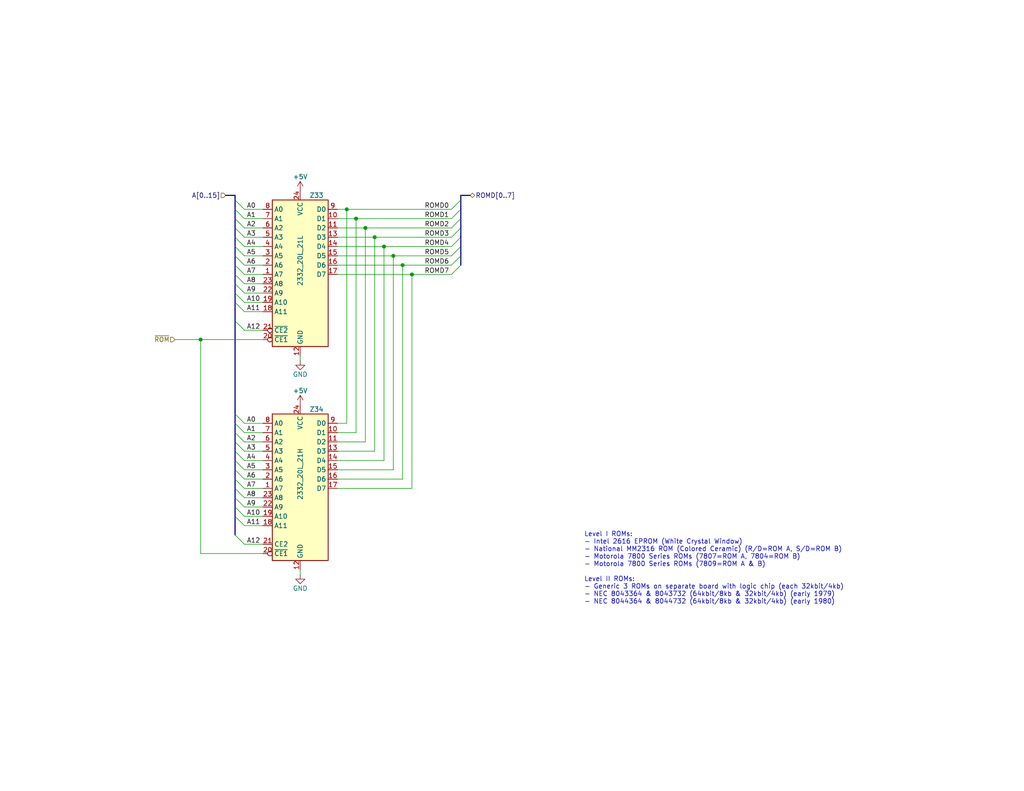
<source format=kicad_sch>
(kicad_sch (version 20231120) (generator "eeschema") (generator_version "8.0")
  (paper "USLetter")
  (title_block (title "TRS-80 Model I Rev E") (date "2024-11-23") (rev "E1A-E") (company "RetroStack - Marcel Erz") (comment 2 "ROM circuit") (comment 4 "ROM"))
  (lib_symbols
    (symbol "RetroStackLibrary:ROM_2332_20L_21H"
      (property "Reference" "U" (at 0 0 0))
      (property "Value" "ROM_2332_20L_21H" (at 0 0 0))
      (symbol "ROM_2332_20L_21H_1_1"
        (rectangle (start -7.62 -14.605) (end 7.62 -54.61) (stroke (width 0.254)) (fill (type background)))
        (pin input line (at -10.16 -34.925 0) (length 2.54) (name "A7") (number "1"))
        (pin tri_state line (at 10.16 -19.685 180) (length 2.54) (name "D1") (number "10"))
        (pin tri_state line (at 10.16 -22.225 180) (length 2.54) (name "D2") (number "11"))
        (pin power_in line (at 0 -57.15 90) (length 2.54) (name "GND") (number "12"))
        (pin tri_state line (at 10.16 -24.765 180) (length 2.54) (name "D3") (number "13"))
        (pin tri_state line (at 10.16 -27.305 180) (length 2.54) (name "D4") (number "14"))
        (pin tri_state line (at 10.16 -29.845 180) (length 2.54) (name "D5") (number "15"))
        (pin tri_state line (at 10.16 -32.385 180) (length 2.54) (name "D6") (number "16"))
        (pin tri_state line (at 10.16 -34.925 180) (length 2.54) (name "D7") (number "17"))
        (pin input line (at -10.16 -45.085 0) (length 2.54) (name "A11") (number "18"))
        (pin input line (at -10.16 -42.545 0) (length 2.54) (name "A10") (number "19"))
        (pin input line (at -10.16 -32.385 0) (length 2.54) (name "A6") (number "2"))
        (pin input inverted (at -10.16 -52.705 0) (length 2.54) (name "~{CE1}") (number "20"))
        (pin input line (at -10.16 -50.165 0) (length 2.54) (name "CE2") (number "21"))
        (pin input line (at -10.16 -40.005 0) (length 2.54) (name "A9") (number "22"))
        (pin input line (at -10.16 -37.465 0) (length 2.54) (name "A8") (number "23"))
        (pin power_in line (at 0 -12.065 270) (length 2.54) (name "VCC") (number "24"))
        (pin input line (at -10.16 -29.845 0) (length 2.54) (name "A5") (number "3"))
        (pin input line (at -10.16 -27.305 0) (length 2.54) (name "A4") (number "4"))
        (pin input line (at -10.16 -24.765 0) (length 2.54) (name "A3") (number "5"))
        (pin input line (at -10.16 -22.225 0) (length 2.54) (name "A2") (number "6"))
        (pin input line (at -10.16 -19.685 0) (length 2.54) (name "A1") (number "7"))
        (pin input line (at -10.16 -17.145 0) (length 2.54) (name "A0") (number "8"))
        (pin tri_state line (at 10.16 -17.145 180) (length 2.54) (name "D0") (number "9"))
      )
    )
    (symbol "RetroStackLibrary:ROM_2332_20L_21L"
      (property "Reference" "U" (at 0 0 0))
      (property "Value" "ROM_2332_20L_21L" (at 0 0 0))
      (symbol "ROM_2332_20L_21L_1_1"
        (rectangle (start -7.62 -14.605) (end 7.62 -54.61) (stroke (width 0.254)) (fill (type background)))
        (pin input line (at -10.16 -34.925 0) (length 2.54) (name "A7") (number "1"))
        (pin tri_state line (at 10.16 -19.685 180) (length 2.54) (name "D1") (number "10"))
        (pin tri_state line (at 10.16 -22.225 180) (length 2.54) (name "D2") (number "11"))
        (pin power_in line (at 0 -57.15 90) (length 2.54) (name "GND") (number "12"))
        (pin tri_state line (at 10.16 -24.765 180) (length 2.54) (name "D3") (number "13"))
        (pin tri_state line (at 10.16 -27.305 180) (length 2.54) (name "D4") (number "14"))
        (pin tri_state line (at 10.16 -29.845 180) (length 2.54) (name "D5") (number "15"))
        (pin tri_state line (at 10.16 -32.385 180) (length 2.54) (name "D6") (number "16"))
        (pin tri_state line (at 10.16 -34.925 180) (length 2.54) (name "D7") (number "17"))
        (pin input line (at -10.16 -45.085 0) (length 2.54) (name "A11") (number "18"))
        (pin input line (at -10.16 -42.545 0) (length 2.54) (name "A10") (number "19"))
        (pin input line (at -10.16 -32.385 0) (length 2.54) (name "A6") (number "2"))
        (pin input inverted (at -10.16 -52.705 0) (length 2.54) (name "~{CE1}") (number "20"))
        (pin input inverted (at -10.16 -50.165 0) (length 2.54) (name "~{CE2}") (number "21"))
        (pin input line (at -10.16 -40.005 0) (length 2.54) (name "A9") (number "22"))
        (pin input line (at -10.16 -37.465 0) (length 2.54) (name "A8") (number "23"))
        (pin power_in line (at 0 -12.065 270) (length 2.54) (name "VCC") (number "24"))
        (pin input line (at -10.16 -29.845 0) (length 2.54) (name "A5") (number "3"))
        (pin input line (at -10.16 -27.305 0) (length 2.54) (name "A4") (number "4"))
        (pin input line (at -10.16 -24.765 0) (length 2.54) (name "A3") (number "5"))
        (pin input line (at -10.16 -22.225 0) (length 2.54) (name "A2") (number "6"))
        (pin input line (at -10.16 -19.685 0) (length 2.54) (name "A1") (number "7"))
        (pin input line (at -10.16 -17.145 0) (length 2.54) (name "A0") (number "8"))
        (pin tri_state line (at 10.16 -17.145 180) (length 2.54) (name "D0") (number "9"))
      )
    )
    (symbol "power:+5V" (power) (pin_numbers hide) (pin_names (offset 0) hide)
      (property "Value" "+5V" (at 0 3.556 0))
      (symbol "+5V_0_1"
        (polyline (pts (xy -0.762 1.27) (xy 0 2.54)))
        (polyline (pts (xy 0 0) (xy 0 2.54)))
        (polyline (pts (xy 0 2.54) (xy 0.762 1.27)))
      )
      (symbol "+5V_1_1"
        (pin power_in line (at 0 0 90) (length 0) (name "~") (number "1"))
      )
    )
    (symbol "power:GND" (power) (pin_numbers hide) (pin_names (offset 0) hide)
      (property "Value" "GND" (at 0 -3.81 0))
      (symbol "GND_0_1"
        (polyline (pts (xy 0 0) (xy 0 -1.27) (xy 1.27 -1.27) (xy 0 -2.54) (xy -1.27 -1.27) (xy 0 -1.27)))
      )
      (symbol "GND_1_1"
        (pin power_in line (at 0 0 270) (length 0) (name "~") (number "1"))
      )
    )
  )
  (junction (at 109.855 72.39))
  (junction (at 54.737 92.71))
  (junction (at 104.775 67.31))
  (junction (at 94.615 57.15))
  (junction (at 99.695 62.23))
  (junction (at 107.315 69.85))
  (junction (at 97.155 59.69))
  (junction (at 112.395 74.93))
  (junction (at 102.235 64.77))
  (bus_entry (at 123.19 69.85) (size 2.54 -2.54))
  (bus_entry (at 66.675 64.77) (size -2.54 -2.54))
  (bus_entry (at 66.675 77.47) (size -2.54 -2.54))
  (bus_entry (at 66.675 148.59) (size -2.54 -2.54))
  (bus_entry (at 66.675 82.55) (size -2.54 -2.54))
  (bus_entry (at 66.675 138.43) (size -2.54 -2.54))
  (bus_entry (at 66.675 125.73) (size -2.54 -2.54))
  (bus_entry (at 123.19 74.93) (size 2.54 -2.54))
  (bus_entry (at 66.675 118.11) (size -2.54 -2.54))
  (bus_entry (at 123.19 67.31) (size 2.54 -2.54))
  (bus_entry (at 66.675 140.97) (size -2.54 -2.54))
  (bus_entry (at 66.675 128.27) (size -2.54 -2.54))
  (bus_entry (at 123.19 57.15) (size 2.54 -2.54))
  (bus_entry (at 66.675 57.15) (size -2.54 -2.54))
  (bus_entry (at 66.675 130.81) (size -2.54 -2.54))
  (bus_entry (at 66.675 120.65) (size -2.54 -2.54))
  (bus_entry (at 66.675 90.17) (size -2.54 -2.54))
  (bus_entry (at 123.19 64.77) (size 2.54 -2.54))
  (bus_entry (at 66.675 80.01) (size -2.54 -2.54))
  (bus_entry (at 66.675 69.85) (size -2.54 -2.54))
  (bus_entry (at 66.675 72.39) (size -2.54 -2.54))
  (bus_entry (at 66.675 123.19) (size -2.54 -2.54))
  (bus_entry (at 66.675 74.93) (size -2.54 -2.54))
  (bus_entry (at 66.675 143.51) (size -2.54 -2.54))
  (bus_entry (at 66.675 59.69) (size -2.54 -2.54))
  (bus_entry (at 66.675 115.57) (size -2.54 -2.54))
  (bus_entry (at 66.675 133.35) (size -2.54 -2.54))
  (bus_entry (at 66.675 62.23) (size -2.54 -2.54))
  (bus_entry (at 123.19 72.39) (size 2.54 -2.54))
  (bus_entry (at 123.19 59.69) (size 2.54 -2.54))
  (bus_entry (at 66.675 67.31) (size -2.54 -2.54))
  (bus_entry (at 66.675 85.09) (size -2.54 -2.54))
  (bus_entry (at 123.19 62.23) (size 2.54 -2.54))
  (bus_entry (at 66.675 135.89) (size -2.54 -2.54))
  (wire (pts (xy 66.675 135.89) (xy 71.755 135.89)))
  (bus (pts (xy 125.73 64.77) (xy 125.73 62.23)))
  (wire (pts (xy 66.675 57.15) (xy 71.755 57.15)))
  (wire (pts (xy 66.675 120.65) (xy 71.755 120.65)))
  (wire (pts (xy 92.075 69.85) (xy 107.315 69.85)))
  (bus (pts (xy 64.135 80.01) (xy 64.135 77.47)))
  (wire (pts (xy 66.675 130.81) (xy 71.755 130.81)))
  (wire (pts (xy 71.755 151.13) (xy 54.737 151.13)))
  (wire (pts (xy 92.075 128.27) (xy 107.315 128.27)))
  (wire (pts (xy 66.675 90.17) (xy 71.755 90.17)))
  (wire (pts (xy 66.675 123.19) (xy 71.755 123.19)))
  (wire (pts (xy 66.675 143.51) (xy 71.755 143.51)))
  (wire (pts (xy 92.075 123.19) (xy 102.235 123.19)))
  (bus (pts (xy 125.73 53.34) (xy 128.27 53.34)))
  (wire (pts (xy 66.675 72.39) (xy 71.755 72.39)))
  (wire (pts (xy 94.615 57.15) (xy 94.615 115.57)))
  (bus (pts (xy 64.135 87.63) (xy 64.135 113.03)))
  (wire (pts (xy 66.675 140.97) (xy 71.755 140.97)))
  (wire (pts (xy 66.675 77.47) (xy 71.755 77.47)))
  (wire (pts (xy 102.235 123.19) (xy 102.235 64.77)))
  (wire (pts (xy 92.075 133.35) (xy 112.395 133.35)))
  (wire (pts (xy 104.775 125.73) (xy 104.775 67.31)))
  (wire (pts (xy 99.695 62.23) (xy 99.695 120.65)))
  (bus (pts (xy 125.73 72.39) (xy 125.73 69.85)))
  (wire (pts (xy 112.395 133.35) (xy 112.395 74.93)))
  (bus (pts (xy 64.135 77.47) (xy 64.135 74.93)))
  (wire (pts (xy 92.075 59.69) (xy 97.155 59.69)))
  (wire (pts (xy 99.695 62.23) (xy 123.19 62.23)))
  (wire (pts (xy 54.737 151.13) (xy 54.737 92.71)))
  (wire (pts (xy 47.752 92.71) (xy 54.737 92.71)))
  (wire (pts (xy 66.675 67.31) (xy 71.755 67.31)))
  (wire (pts (xy 54.737 92.71) (xy 71.755 92.71)))
  (wire (pts (xy 81.915 155.575) (xy 81.915 156.845)))
  (wire (pts (xy 66.675 62.23) (xy 71.755 62.23)))
  (bus (pts (xy 64.135 135.89) (xy 64.135 133.35)))
  (wire (pts (xy 92.075 72.39) (xy 109.855 72.39)))
  (wire (pts (xy 92.075 130.81) (xy 109.855 130.81)))
  (wire (pts (xy 66.675 125.73) (xy 71.755 125.73)))
  (bus (pts (xy 64.135 125.73) (xy 64.135 123.19)))
  (bus (pts (xy 64.135 54.61) (xy 64.135 53.34)))
  (wire (pts (xy 94.615 57.15) (xy 123.19 57.15)))
  (wire (pts (xy 66.675 133.35) (xy 71.755 133.35)))
  (bus (pts (xy 125.73 62.23) (xy 125.73 59.69)))
  (bus (pts (xy 125.73 69.85) (xy 125.73 67.31)))
  (wire (pts (xy 66.675 118.11) (xy 71.755 118.11)))
  (bus (pts (xy 64.135 140.97) (xy 64.135 146.05)))
  (wire (pts (xy 66.675 69.85) (xy 71.755 69.85)))
  (bus (pts (xy 125.73 57.15) (xy 125.73 54.61)))
  (wire (pts (xy 66.675 128.27) (xy 71.755 128.27)))
  (wire (pts (xy 66.675 115.57) (xy 71.755 115.57)))
  (wire (pts (xy 107.315 128.27) (xy 107.315 69.85)))
  (bus (pts (xy 64.135 138.43) (xy 64.135 135.89)))
  (wire (pts (xy 92.075 118.11) (xy 97.155 118.11)))
  (bus (pts (xy 64.135 133.35) (xy 64.135 130.81)))
  (wire (pts (xy 66.675 138.43) (xy 71.755 138.43)))
  (bus (pts (xy 64.135 140.97) (xy 64.135 138.43)))
  (wire (pts (xy 92.075 62.23) (xy 99.695 62.23)))
  (bus (pts (xy 64.135 57.15) (xy 64.135 54.61)))
  (wire (pts (xy 92.075 120.65) (xy 99.695 120.65)))
  (wire (pts (xy 66.675 74.93) (xy 71.755 74.93)))
  (wire (pts (xy 92.075 64.77) (xy 102.235 64.77)))
  (wire (pts (xy 109.855 72.39) (xy 123.19 72.39)))
  (wire (pts (xy 66.675 64.77) (xy 71.755 64.77)))
  (bus (pts (xy 125.73 67.31) (xy 125.73 64.77)))
  (bus (pts (xy 64.135 120.65) (xy 64.135 118.11)))
  (bus (pts (xy 61.595 53.34) (xy 64.135 53.34)))
  (bus (pts (xy 64.135 62.23) (xy 64.135 59.69)))
  (bus (pts (xy 64.135 69.85) (xy 64.135 67.31)))
  (bus (pts (xy 64.135 64.77) (xy 64.135 62.23)))
  (bus (pts (xy 64.135 123.19) (xy 64.135 120.65)))
  (bus (pts (xy 64.135 82.55) (xy 64.135 87.63)))
  (wire (pts (xy 97.155 59.69) (xy 97.155 118.11)))
  (wire (pts (xy 81.915 97.155) (xy 81.915 98.425)))
  (wire (pts (xy 109.855 130.81) (xy 109.855 72.39)))
  (bus (pts (xy 64.135 59.69) (xy 64.135 57.15)))
  (bus (pts (xy 64.135 130.81) (xy 64.135 128.27)))
  (wire (pts (xy 66.675 59.69) (xy 71.755 59.69)))
  (wire (pts (xy 66.675 82.55) (xy 71.755 82.55)))
  (bus (pts (xy 64.135 82.55) (xy 64.135 80.01)))
  (wire (pts (xy 92.075 74.93) (xy 112.395 74.93)))
  (wire (pts (xy 92.075 67.31) (xy 104.775 67.31)))
  (wire (pts (xy 112.395 74.93) (xy 123.19 74.93)))
  (wire (pts (xy 92.075 57.15) (xy 94.615 57.15)))
  (bus (pts (xy 64.135 74.93) (xy 64.135 72.39)))
  (wire (pts (xy 66.675 80.01) (xy 71.755 80.01)))
  (bus (pts (xy 125.73 54.61) (xy 125.73 53.34)))
  (wire (pts (xy 66.675 85.09) (xy 71.755 85.09)))
  (wire (pts (xy 92.075 125.73) (xy 104.775 125.73)))
  (bus (pts (xy 64.135 115.57) (xy 64.135 113.03)))
  (wire (pts (xy 104.775 67.31) (xy 123.19 67.31)))
  (wire (pts (xy 92.075 115.57) (xy 94.615 115.57)))
  (bus (pts (xy 64.135 72.39) (xy 64.135 69.85)))
  (wire (pts (xy 66.675 148.59) (xy 71.755 148.59)))
  (wire (pts (xy 102.235 64.77) (xy 123.19 64.77)))
  (wire (pts (xy 97.155 59.69) (xy 123.19 59.69)))
  (bus (pts (xy 64.135 128.27) (xy 64.135 125.73)))
  (bus (pts (xy 64.135 118.11) (xy 64.135 115.57)))
  (bus (pts (xy 64.135 67.31) (xy 64.135 64.77)))
  (wire (pts (xy 107.315 69.85) (xy 123.19 69.85)))
  (bus (pts (xy 125.73 59.69) (xy 125.73 57.15)))
  (text "Level I ROMs:\n- Intel 2616 EPROM (White Crystal Window)\n- National MM2316 ROM (Colored Ceramic) (R/D=ROM A, S/D=ROM B)\n- Motorola 7800 Series ROMs (7807=ROM A, 7804=ROM B)\n- Motorola 7800 Series ROMs (7809=ROM A & B)\n\nLevel II ROMs:\n- Generic 3 ROMs on separate board with logic chip (each 32kbit/4kb)\n- NEC 8043364 & 8043732 (64kbit/8kb & 32kbit/4kb) (early 1979)\n- NEC 8044364 & 8044732 (64kbit/8kb & 32kbit/4kb) (early 1980)" (at 159.385 165.1 0) (effects (font (size 1.27 1.27)) (justify left bottom)))
  (label "A4" (at 67.31 125.73 0))
  (label "A9" (at 67.31 138.43 0))
  (label "A0" (at 67.31 115.57 0))
  (label "A1" (at 67.31 59.69 0))
  (label "A11" (at 67.31 85.09 0))
  (label "A11" (at 67.31 143.51 0))
  (label "A5" (at 67.31 128.27 0))
  (label "ROMD7" (at 122.555 74.93 180))
  (label "A10" (at 67.31 82.55 0))
  (label "A8" (at 67.31 77.47 0))
  (label "A4" (at 67.31 67.31 0))
  (label "A0" (at 67.31 57.15 0))
  (label "ROMD2" (at 122.555 62.23 180))
  (label "A5" (at 67.31 69.85 0))
  (label "A7" (at 67.31 74.93 0))
  (label "A1" (at 67.31 118.11 0))
  (label "A6" (at 67.31 72.39 0))
  (label "A9" (at 67.31 80.01 0))
  (label "A2" (at 67.31 120.65 0))
  (label "ROMD0" (at 122.555 57.15 180))
  (label "ROMD3" (at 122.555 64.77 180))
  (label "A12" (at 67.31 148.59 0))
  (label "A10" (at 67.31 140.97 0))
  (label "ROMD4" (at 122.555 67.31 180))
  (label "A8" (at 67.31 135.89 0))
  (label "A7" (at 67.31 133.35 0))
  (label "ROMD6" (at 122.555 72.39 180))
  (label "A3" (at 67.31 123.19 0))
  (label "ROMD1" (at 122.555 59.69 180))
  (label "A2" (at 67.31 62.23 0))
  (label "A12" (at 67.31 90.17 0))
  (label "ROMD5" (at 122.555 69.85 180))
  (label "A6" (at 67.31 130.81 0))
  (label "A3" (at 67.31 64.77 0))
  (hierarchical_label "~{ROM}" (shape input) (at 47.752 92.71 180))
  (hierarchical_label "A[0..15]" (shape input) (at 61.595 53.34 180))
  (hierarchical_label "ROMD[0..7]" (shape bidirectional) (at 128.27 53.34 0))
  (symbol (lib_id "power:+5V") (at 81.915 110.49 0) (unit 1)
    (property "Reference" "#PWR0183" (effects (hide yes)))
    (property "Value" "+5V" (at 81.915 106.68 0))
    (property "Description" "Power symbol creates a global label with name \"+5V\"" (effects (hide yes)))
  )
  (symbol (lib_id "power:+5V") (at 81.915 52.07 0) (unit 1)
    (property "Reference" "#PWR0182" (effects (hide yes)))
    (property "Value" "+5V" (at 81.915 48.26 0))
    (property "Description" "Power symbol creates a global label with name \"+5V\"" (effects (hide yes)))
  )
  (symbol (lib_id "power:GND") (at 81.915 98.425 0) (unit 1)
    (property "Reference" "#PWR0180" (effects (hide yes)))
    (property "Value" "GND" (at 81.915 102.235 0))
    (property "Description" "Power symbol creates a global label with name \"GND\" , ground" (effects (hide yes)))
  )
  (symbol (lib_id "RetroStackLibrary:ROM_2332_20L_21H") (at 81.915 98.425 0) (unit 1)
    (property "Reference" "Z34" (at 84.455 111.76 0) (effects (justify left)))
    (property "Value" "2332_20L_21H" (at 81.915 136.525 90) (effects (justify left)))
    (property "Footprint" "RetroStackLibrary:TRS80_Model_I_DIP24" (effects (hide yes)))
    (property "Datasheet" "http://archive.6502.org/datasheets/mos_2332_rom_feb_1980.pdf" (effects (hide yes)))
    (property "Description" "2332 32kBit (4kb x 8) PROM" (effects (hide yes)))
  )
  (symbol (lib_id "power:GND") (at 81.915 156.845 0) (unit 1)
    (property "Reference" "#PWR0181" (effects (hide yes)))
    (property "Value" "GND" (at 81.915 160.655 0))
    (property "Description" "Power symbol creates a global label with name \"GND\" , ground" (effects (hide yes)))
  )
  (symbol (lib_id "RetroStackLibrary:ROM_2332_20L_21L") (at 81.915 40.005 0) (unit 1)
    (property "Reference" "Z33" (at 84.455 53.34 0) (effects (justify left)))
    (property "Value" "2332_20L_21L" (at 81.915 78.105 90) (effects (justify left)))
    (property "Footprint" "RetroStackLibrary:TRS80_Model_I_DIP24" (effects (hide yes)))
    (property "Datasheet" "http://archive.6502.org/datasheets/mos_2332_rom_feb_1980.pdf" (effects (hide yes)))
    (property "Description" "2332 32kBit (4kb x 8) PROM" (effects (hide yes)))
  )
)
</source>
